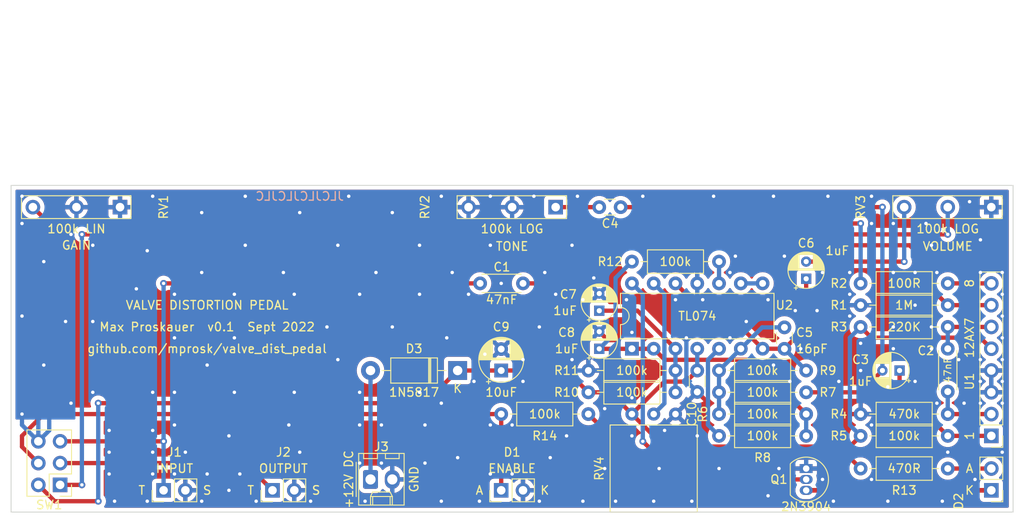
<source format=kicad_pcb>
(kicad_pcb (version 20211014) (generator pcbnew)
  (title_block (title "Valve Distortion Pedal") (date "2022-09-19") (rev "0.1") (company "Max Proskauer"))
  (layers (0 "F.Cu" signal) (31 "B.Cu" signal) (34 "B.Paste" user) (35 "F.Paste" user) (36 "B.SilkS" user "B.Silkscreen") (37 "F.SilkS" user "F.Silkscreen") (38 "B.Mask" user) (39 "F.Mask" user) (44 "Edge.Cuts" user))
  (net 0 "")
  (net 1 "Net-(C1-Pad1)")
  (net 2 "/INPUT")
  (net 3 "Net-(C2-Pad1)")
  (net 4 "Net-(C2-Pad2)")
  (net 5 "Net-(C3-Pad1)")
  (net 6 "Net-(C3-Pad2)")
  (net 7 "GND")
  (net 8 "+12V")
  (net 9 "VBIAS")
  (net 10 "Net-(D2-Pad1)")
  (net 11 "Net-(D2-Pad2)")
  (net 12 "Net-(J2-PadT)")
  (net 13 "Net-(Q1-Pad2)")
  (net 14 "Net-(R2-Pad1)")
  (net 15 "Net-(R2-Pad2)")
  (net 16 "/BUF_OUT")
  (net 17 "/ENABLE")
  (net 18 "Net-(C4-Pad1)")
  (net 19 "Net-(C5-Pad2)")
  (net 20 "Net-(RV3-Pad2)")
  (net 21 "Net-(U2-Pad8)")
  (net 22 "Net-(D3-Pad2)")
  (net 23 "Net-(C6-Pad2)")
  (net 24 "Net-(C7-Pad1)")
  (net 25 "Net-(U2-Pad5)")
  (net 26 "Net-(U2-Pad10)")
  (net 27 "Net-(R13-Pad1)")
  (net 28 "Net-(RV4-Pad2)")
  (footprint "Resistor_THT:R_Axial_DIN0207_L6.3mm_D2.5mm_P10.16mm_Horizontal" (layer "F.Cu") (at 146.05 72.39 180)
    (fp_text reference "R12" (at 12.7 0) (layer "F.SilkS"))
    (fp_text value "100k" (at 5.08 0) (layer "F.SilkS"))
    (pad "1" thru_hole circle (at 0 0 180) (size 1.6 1.6) (drill 0.8) (layers *.Cu *.Mask) (net 26 "Net-(U2-Pad10)"))
    (pad "2" thru_hole oval (at 10.16 0 180) (size 1.6 1.6) (drill 0.8) (layers *.Cu *.Mask) (net 9 "VBIAS"))
  )
  (footprint "Connector_PinHeader_2.54mm:PinHeader_1x02_P2.54mm_Vertical" (layer "F.Cu") (at 177.8 99.06 180)
    (fp_text reference "D2" (at 3.81 -1.27 270) (layer "F.SilkS"))
    (fp_text value "NTE30033" hide)
    (pad "1" thru_hole rect (at 0 0 180) (size 1.7 1.7) (drill 1) (layers *.Cu *.Mask) (net 10 "Net-(D2-Pad1)"))
    (pad "2" thru_hole oval (at 0 2.54 180) (size 1.7 1.7) (drill 1) (layers *.Cu *.Mask) (net 11 "Net-(D2-Pad2)"))
  )
  (footprint "Resistor_THT:R_Axial_DIN0207_L6.3mm_D2.5mm_P10.16mm_Horizontal" (layer "F.Cu") (at 146.05 92.71)
    (fp_text reference "R8" (at 5.08 2.54) (layer "F.SilkS"))
    (fp_text value "100k" (at 5.08 0) (layer "F.SilkS"))
    (pad "1" thru_hole circle (at 0 0) (size 1.6 1.6) (drill 0.8) (layers *.Cu *.Mask) (net 25 "Net-(U2-Pad5)"))
    (pad "2" thru_hole oval (at 10.16 0) (size 1.6 1.6) (drill 0.8) (layers *.Cu *.Mask) (net 9 "VBIAS"))
  )
  (footprint "Connector_PinHeader_2.54mm:PinHeader_1x02_P2.54mm_Vertical" (layer "F.Cu") (at 93.98 99.06 90)
    (fp_text reference "J2" (at 4.445 1.27 180) (layer "F.SilkS"))
    (fp_text value "OUTPUT" (at 2.54 1.27 180) (layer "F.SilkS"))
    (pad "S" thru_hole oval (at 0 2.54 90) (size 1.7 1.7) (drill 1) (layers *.Cu *.Mask) (net 7 "GND"))
    (pad "T" thru_hole rect (at 0 0 90) (size 1.7 1.7) (drill 1) (layers *.Cu *.Mask) (net 12 "Net-(J2-PadT)"))
  )
  (footprint "Capacitor_THT:C_Disc_D3.0mm_W1.6mm_P2.50mm" (layer "F.Cu") (at 132.08 66.04)
    (fp_text reference "C4" (at 1.27 1.905) (layer "F.SilkS"))
    (fp_text value "100nF" hide)
    (pad "1" thru_hole circle (at 0 0) (size 1.6 1.6) (drill 0.8) (layers *.Cu *.Mask) (net 18 "Net-(C4-Pad1)"))
    (pad "2" thru_hole circle (at 2.5 0) (size 1.6 1.6) (drill 0.8) (layers *.Cu *.Mask) (net 6 "Net-(C3-Pad2)"))
  )
  (footprint "Capacitor_THT:CP_Radial_D5.0mm_P2.50mm" (layer "F.Cu") (at 120.65 85.09 90)
    (fp_text reference "C9" (at 5.08 0 180) (layer "F.SilkS"))
    (fp_text value "10uF" (at -2.54 0 180) (layer "F.SilkS"))
    (pad "1" thru_hole rect (at 0 0 90) (size 1.6 1.6) (drill 0.8) (layers *.Cu *.Mask) (net 8 "+12V"))
    (pad "2" thru_hole circle (at 2.5 0 90) (size 1.6 1.6) (drill 0.8) (layers *.Cu *.Mask) (net 7 "GND"))
  )
  (footprint "Capacitor_THT:CP_Radial_D4.0mm_P2.00mm" (layer "F.Cu") (at 132.085 82.56 90)
    (fp_text reference "C8" (at 1.905 -3.81 180) (layer "F.SilkS"))
    (fp_text value "1uF" (at 0 -3.81 180) (layer "F.SilkS"))
    (pad "1" thru_hole rect (at 0 0 90) (size 1.2 1.2) (drill 0.6) (layers *.Cu *.Mask) (net 9 "VBIAS"))
    (pad "2" thru_hole circle (at 2 0 90) (size 1.2 1.2) (drill 0.6) (layers *.Cu *.Mask) (net 7 "GND"))
  )
  (footprint "Package_TO_SOT_THT:TO-92_Inline" (layer "F.Cu") (at 156.21 96.52 -90)
    (fp_text reference "Q1" (at 1.27 3.175 180) (layer "F.SilkS"))
    (fp_text value "2N3904" (at 4.445 0 180) (layer "F.SilkS"))
    (pad "1" thru_hole rect (at 0 0 270) (size 1.05 1.5) (drill 0.75) (layers *.Cu *.Mask) (net 7 "GND"))
    (pad "2" thru_hole oval (at 1.27 0 270) (size 1.05 1.5) (drill 0.75) (layers *.Cu *.Mask) (net 13 "Net-(Q1-Pad2)"))
    (pad "3" thru_hole oval (at 2.54 0 270) (size 1.05 1.5) (drill 0.75) (layers *.Cu *.Mask) (net 10 "Net-(D2-Pad1)"))
  )
  (footprint "Capacitor_THT:C_Disc_D3.0mm_W1.6mm_P2.50mm" (layer "F.Cu") (at 153.675 82.56 90)
    (fp_text reference "C5" (at 1.905 1.27 180) (layer "F.SilkS") (effects (justify left)))
    (fp_text value "16pF" (at 0 1.27 180) (layer "F.SilkS") (effects (justify left)))
    (pad "1" thru_hole circle (at 0 0 90) (size 1.6 1.6) (drill 0.8) (layers *.Cu *.Mask) (net 16 "/BUF_OUT"))
    (pad "2" thru_hole circle (at 2.5 0 90) (size 1.6 1.6) (drill 0.8) (layers *.Cu *.Mask) (net 19 "Net-(C5-Pad2)"))
  )
  (footprint "Connector_PinHeader_2.54mm:PinHeader_1x08_P2.54mm_Vertical" (layer "F.Cu") (at 177.8 92.71 180)
    (fp_text reference "U1" (at 2.54 6.35 90) (layer "F.SilkS"))
    (fp_text value "12AX7" (at 2.54 11.43 90) (layer "F.SilkS"))
    (pad "1" thru_hole rect (at 0 0 180) (size 1.7 1.7) (drill 1) (layers *.Cu *.Mask) (net 5 "Net-(C3-Pad1)"))
    (pad "2" thru_hole oval (at 0 2.54 180) (size 1.7 1.7) (drill 1) (layers *.Cu *.Mask) (net 3 "Net-(C2-Pad1)"))
    (pad "3" thru_hole oval (at 0 5.08 180) (size 1.7 1.7) (drill 1) (layers *.Cu *.Mask) (net 7 "GND"))
    (pad "4" thru_hole oval (at 0 7.62 180) (size 1.7 1.7) (drill 1) (layers *.Cu *.Mask) (net 7 "GND"))
    (pad "5" thru_hole oval (at 0 10.16 180) (size 1.7 1.7) (drill 1) (layers *.Cu *.Mask) (net 8 "+12V"))
    (pad "6" thru_hole oval (at 0 12.7 180) (size 1.7 1.7) (drill 1) (layers *.Cu *.Mask) (net 4 "Net-(C2-Pad2)"))
    (pad "7" thru_hole oval (at 0 15.24 180) (size 1.7 1.7) (drill 1) (layers *.Cu *.Mask) (net 1 "Net-(C1-Pad1)"))
    (pad "8" thru_hole oval (at 0 17.78 180) (size 1.7 1.7) (drill 1) (layers *.Cu *.Mask) (net 14 "Net-(R2-Pad1)"))
  )
  (footprint "Capacitor_THT:CP_Radial_D4.0mm_P2.00mm" (layer "F.Cu") (at 156.21 74.39 90)
    (fp_text reference "C6" (at 4.1476 0) (layer "F.SilkS"))
    (fp_text value "1uF" (at 3.27 5.08) (layer "F.SilkS") (effects (justify right)))
    (pad "1" thru_hole rect (at 0 0 90) (size 1.2 1.2) (drill 0.6) (layers *.Cu *.Mask) (net 16 "/BUF_OUT"))
    (pad "2" thru_hole circle (at 2 0 90) (size 1.2 1.2) (drill 0.6) (layers *.Cu *.Mask) (net 23 "Net-(C6-Pad2)"))
  )
  (footprint "valve_distortion:Pot" (layer "F.Cu") (at 172.72 66.04 180)
    (fp_text reference "RV3" (at 10.16 0 90) (layer "F.SilkS"))
    (fp_text value "100k LOG" (at 0 -2.54 180) (layer "F.SilkS"))
    (fp_text user "VOLUME" (at 0 -4.572 180) (layer "F.SilkS"))
    (pad "1" thru_hole rect (at -5.08 0 270) (size 1.7 1.7) (drill 1) (layers *.Cu *.Mask) (net 7 "GND"))
    (pad "2" thru_hole oval (at 0 0 270) (size 1.7 1.7) (drill 1) (layers *.Cu *.Mask) (net 20 "Net-(RV3-Pad2)"))
    (pad "3" thru_hole oval (at 5.08 0 270) (size 1.7 1.7) (drill 1) (layers *.Cu *.Mask) (net 23 "Net-(C6-Pad2)"))
  )
  (footprint "Capacitor_THT:C_Disc_D4.3mm_W1.9mm_P5.00mm" (layer "F.Cu") (at 172.72 87.55 90)
    (fp_text reference "C2" (at 4.77 -2.54 180) (layer "F.SilkS"))
    (fp_text value "47nF" (at 2.5 0 90) (layer "F.SilkS") (effects (font (size 0.8 0.8) (thickness 0.13))))
    (pad "1" thru_hole circle (at 0 0 90) (size 1.6 1.6) (drill 0.8) (layers *.Cu *.Mask) (net 3 "Net-(C2-Pad1)"))
    (pad "2" thru_hole circle (at 5 0 90) (size 1.6 1.6) (drill 0.8) (layers *.Cu *.Mask) (net 4 "Net-(C2-Pad2)"))
  )
  (footprint "Diode_THT:D_DO-41_SOD81_P10.16mm_Horizontal" (layer "F.Cu") (at 115.57 85.09 180)
    (fp_text reference "D3" (at 5.08 2.54) (layer "F.SilkS"))
    (fp_text value "1N5817" (at 5.08 -2.54) (layer "F.SilkS"))
    (fp_text user "K" (at 0 -2.1) (layer "F.SilkS"))
    (pad "1" thru_hole rect (at 0 0 180) (size 2.2 2.2) (drill 1.1) (layers *.Cu *.Mask) (net 8 "+12V"))
    (pad "2" thru_hole oval (at 10.16 0 180) (size 2.2 2.2) (drill 1.1) (layers *.Cu *.Mask) (net 22 "Net-(D3-Pad2)"))
  )
  (footprint "Connector_Molex:Molex_KK-254_AE-6410-02A_1x02_P2.54mm_Vertical" (layer "F.Cu") (at 105.41 97.79)
    (fp_text reference "J3" (at 1.27 -3.81) (layer "F.SilkS"))
    (fp_text value "Barrel_Jack" hide)
    (pad "1" thru_hole roundrect (at 0 0) (size 1.74 2.19) (drill 1.19) (layers *.Cu *.Mask) (roundrect_rratio 0.1436781609) (net 22 "Net-(D3-Pad2)"))
    (pad "2" thru_hole oval (at 2.54 0) (size 1.74 2.19) (drill 1.19) (layers *.Cu *.Mask) (net 7 "GND"))
  )
  (footprint "Resistor_THT:R_Axial_DIN0207_L6.3mm_D2.5mm_P10.16mm_Horizontal" (layer "F.Cu") (at 172.72 77.47 180)
    (fp_text reference "R1" (at 12.7 0) (layer "F.SilkS"))
    (fp_text value "1M" (at 5.08 0) (layer "F.SilkS"))
    (pad "1" thru_hole circle (at 0 0 180) (size 1.6 1.6) (drill 0.8) (layers *.Cu *.Mask) (net 1 "Net-(C1-Pad1)"))
    (pad "2" thru_hole oval (at 10.16 0 180) (size 1.6 1.6) (drill 0.8) (layers *.Cu *.Mask) (net 7 "GND"))
  )
  (footprint "valve_distortion:Trimmer" (layer "F.Cu") (at 138.43 90.17)
    (fp_text reference "RV4" (at -6.35 6.35 90 unlocked) (layer "F.SilkS"))
    (fp_text value "200k" hide)
    (pad "1" thru_hole circle (at -2.54 0) (size 1.524 1.524) (drill 0.762) (layers *.Cu *.Mask) (net 8 "+12V"))
    (pad "2" thru_hole circle (at 0 0) (size 1.524 1.524) (drill 0.762) (layers *.Cu *.Mask) (net 28 "Net-(RV4-Pad2)"))
    (pad "3" thru_hole circle (at 2.54 0) (size 1.524 1.524) (drill 0.762) (layers *.Cu *.Mask) (net 7 "GND"))
  )
  (footprint "Capacitor_THT:CP_Radial_D4.0mm_P2.00mm" (layer "F.Cu") (at 132.085 78.115 90)
    (fp_text reference "C7" (at 1.905 -2.54) (layer "F.SilkS") (effects (justify right)))
    (fp_text value "1uF" (at 0 -2.54) (layer "F.SilkS") (effects (justify right)))
    (pad "1" thru_hole rect (at 0 0 90) (size 1.2 1.2) (drill 0.6) (layers *.Cu *.Mask) (net 24 "Net-(C7-Pad1)"))
    (pad "2" thru_hole circle (at 2 0 90) (size 1.2 1.2) (drill 0.6) (layers *.Cu *.Mask) (net 7 "GND"))
  )
  (footprint "Connector_PinHeader_2.54mm:PinHeader_2x03_P2.54mm_Vertical" (layer "F.Cu") (at 69.215 98.425 180)
    (fp_text reference "SW1" (at 1.27 -2.33) (layer "F.SilkS"))
    (fp_text value "SW_DPDT_x2" hide)
    (pad "1" thru_hole rect (at 0 0 180) (size 1.7 1.7) (drill 1) (layers *.Cu *.Mask) (net 20 "Net-(RV3-Pad2)"))
    (pad "2" thru_hole oval (at 0 2.54 180) (size 1.7 1.7) (drill 1) (layers *.Cu *.Mask) (net 12 "Net-(J2-PadT)"))
    (pad "3" thru_hole oval (at 0 5.08 180) (size 1.7 1.7) (drill 1) (layers *.Cu *.Mask) (net 2 "/INPUT"))
    (pad "4" thru_hole oval (at 2.54 0 180) (size 1.7 1.7) (drill 1) (layers *.Cu *.Mask) (net 8 "+12V"))
    (pad "5" thru_hole oval (at 2.54 2.54 180) (size 1.7 1.7) (drill 1) (layers *.Cu *.Mask) (net 17 "/ENABLE"))
    (pad "6" thru_hole oval (at 2.54 5.08 180) (size 1.7 1.7) (drill 1) (layers *.Cu *.Mask) (net 7 "GND"))
  )
  (footprint "Resistor_THT:R_Axial_DIN0207_L6.3mm_D2.5mm_P10.16mm_Horizontal" (layer "F.Cu") (at 140.975 85.09 180)
    (fp_text reference "R11" (at 12.7 0) (layer "F.SilkS"))
    (fp_text value "100k" (at 5.08 0) (layer "F.SilkS"))
    (pad "1" thru_hole circle (at 0 0 180) (size 1.6 1.6) (drill 0.8) (layers *.Cu *.Mask) (net 24 "Net-(C7-Pad1)"))
    (pad "2" thru_hole oval (at 10.16 0 180) (size 1.6 1.6) (drill 0.8) (layers *.Cu *.Mask) (net 7 "GND"))
  )
  (footprint "Resistor_THT:R_Axial_DIN0207_L6.3mm_D2.5mm_P10.16mm_Horizontal" (layer "F.Cu") (at 162.56 96.52)
    (fp_text reference "R13" (at 5.08 2.54) (layer "F.SilkS"))
    (fp_text value "470R" (at 5.08 0) (layer "F.SilkS"))
    (pad "1" thru_hole circle (at 0 0) (size 1.6 1.6) (drill 0.8) (layers *.Cu *.Mask) (net 27 "Net-(R13-Pad1)"))
    (pad "2" thru_hole oval (at 10.16 0) (size 1.6 1.6) (drill 0.8) (layers *.Cu *.Mask) (net 11 "Net-(D2-Pad2)"))
  )
  (footprint "Resistor_THT:R_Axial_DIN0207_L6.3mm_D2.5mm_P10.16mm_Horizontal" (layer "F.Cu") (at 162.56 80.01)
    (fp_text reference "R3" (at -2.54 0) (layer "F.SilkS"))
    (fp_text value "220K" (at 5.08 0) (layer "F.SilkS"))
    (pad "1" thru_hole circle (at 0 0) (size 1.6 1.6) (drill 0.8) (layers *.Cu *.Mask) (net 8 "+12V"))
    (pad "2" thru_hole oval (at 10.16 0) (size 1.6 1.6) (drill 0.8) (layers *.Cu *.Mask) (net 4 "Net-(C2-Pad2)"))
  )
  (footprint "Package_DIP:DIP-14_W7.62mm" (layer "F.Cu") (at 135.89 82.55 90)
    (fp_text reference "U2" (at 5.08 17.78 180) (layer "F.SilkS"))
    (fp_text value "TL074" (at 3.81 7.625 180) (layer "F.SilkS"))
    (pad "1" thru_hole rect (at 0 0 90) (size 1.6 1.6) (drill 0.8) (layers *.Cu *.Mask) (net 9 "VBIAS"))
    (pad "2" thru_hole oval (at 0 2.54 90) (size 1.6 1.6) (drill 0.8) (layers *.Cu *.Mask) (net 9 "VBIAS"))
    (pad "3" thru_hole oval (at 0 5.08 90) (size 1.6 1.6) (drill 0.8) (layers *.Cu *.Mask) (net 24 "Net-(C7-Pad1)"))
    (pad "4" thru_hole oval (at 0 7.62 90) (size 1.6 1.6) (drill 0.8) (layers *.Cu *.Mask) (net 8 "+12V"))
    (pad "5" thru_hole oval (at 0 10.16 90) (size 1.6 1.6) (drill 0.8) (layers *.Cu *.Mask) (net 25 "Net-(U2-Pad5)"))
    (pad "6" thru_hole oval (at 0 12.7 90) (size 1.6 1.6) (drill 0.8) (layers *.Cu *.Mask) (net 19 "Net-(C5-Pad2)"))
    (pad "7" thru_hole oval (at 0 15.24 90) (size 1.6 1.6) (drill 0.8) (layers *.Cu *.Mask) (net 16 "/BUF_OUT"))
    (pad "8" thru_hole oval (at 7.62 15.24 90) (size 1.6 1.6) (drill 0.8) (layers *.Cu *.Mask) (net 21 "Net-(U2-Pad8)"))
    (pad "9" thru_hole oval (at 7.62 12.7 90) (size 1.6 1.6) (drill 0.8) (layers *.Cu *.Mask) (net 21 "Net-(U2-Pad8)"))
    (pad "10" thru_hole oval (at 7.62 10.16 90) (size 1.6 1.6) (drill 0.8) (layers *.Cu *.Mask) (net 26 "Net-(U2-Pad10)"))
    (pad "11" thru_hole oval (at 7.62 7.62 90) (size 1.6 1.6) (drill 0.8) (layers *.Cu *.Mask) (net 7 "GND"))
    (pad "12" thru_hole oval (at 7.62 5.08 90) (size 1.6 1.6) (drill 0.8) (layers *.Cu *.Mask) (net 16 "/BUF_OUT"))
    (pad "13" thru_hole oval (at 7.62 2.54 90) (size 1.6 1.6) (drill 0.8) (layers *.Cu *.Mask) (net 28 "Net-(RV4-Pad2)"))
    (pad "14" thru_hole oval (at 7.62 0 90) (size 1.6 1.6) (drill 0.8) (layers *.Cu *.Mask) (net 27 "Net-(R13-Pad1)"))
  )
  (footprint "Resistor_THT:R_Axial_DIN0207_L6.3mm_D2.5mm_P10.16mm_Horizontal" (layer "F.Cu") (at 156.21 85.09 180)
    (fp_text reference "R9" (at -2.54 0) (layer "F.SilkS"))
    (fp_text value "100k" (at 5.08 0) (layer "F.SilkS"))
    (pad "1" thru_hole circle (at 0 0 180) (size 1.6 1.6) (drill 0.8) (layers *.Cu *.Mask) (net 16 "/BUF_OUT"))
    (pad "2" thru_hole oval (at 10.16 0 180) (size 1.6 1.6) (drill 0.8) (layers *.Cu *.Mask) (net 19 "Net-(C5-Pad2)"))
  )
  (footprint "Resistor_THT:R_Axial_DIN0207_L6.3mm_D2.5mm_P10.16mm_Horizontal" (layer "F.Cu") (at 172.72 74.93 180)
    (fp_text reference "R2" (at 12.7 0) (layer "F.SilkS"))
    (fp_text value "100R" (at 5.08 0) (layer "F.SilkS"))
    (pad "1" thru_hole circle (at 0 0 180) (size 1.6 1.6) (drill 0.8) (layers *.Cu *.Mask) (net 14 "Net-(R2-Pad1)"))
    (pad "2" thru_hole oval (at 10.16 0 180) (size 1.6 1.6) (drill 0.8) (layers *.Cu *.Mask) (net 15 "Net-(R2-Pad2)"))
  )
  (footprint "valve_distortion:Pot" (layer "F.Cu") (at 121.92 66.04 180)
    (fp_text reference "RV2" (at 10.16 0 90) (layer "F.SilkS"))
    (fp_text value "100k LOG" (at 0 -2.54 180) (layer "F.SilkS"))
    (fp_text user "TONE" (at 0 -4.572 180) (layer "F.SilkS"))
    (pad "1" thru_hole rect (at -5.08 0 270) (size 1.7 1.7) (drill 1) (layers *.Cu *.Mask) (net 18 "Net-(C4-Pad1)"))
    (pad "2" thru_hole oval (at 0 0 270) (size 1.7 1.7) (drill 1) (layers *.Cu *.Mask) (net 7 "GND"))
    (pad "3" thru_hole oval (at 5.08 0 270) (size 1.7 1.7) (drill 1) (layers *.Cu *.Mask) (net 7 "GND"))
  )
  (footprint "Resistor_THT:R_Axial_DIN0207_L6.3mm_D2.5mm_P10.16mm_Horizontal" (layer "F.Cu") (at 162.56 92.71)
    (fp_text reference "R5" (at -2.54 0) (layer "F.SilkS"))
    (fp_text value "100k" (at 5.08 0) (layer "F.SilkS"))
    (pad "1" thru_hole circle (at 0 0) (size 1.6 1.6) (drill 0.8) (layers *.Cu *.Mask) (net 8 "+12V"))
    (pad "2" thru_hole oval (at 10.16 0) (size 1.6 1.6) (drill 0.8) (layers *.Cu *.Mask) (net 5 "Net-(C3-Pad1)"))
  )
  (footprint "Resistor_THT:R_Axial_DIN0207_L6.3mm_D2.5mm_P10.16mm_Horizontal" (layer "F.Cu") (at 130.81 87.63)
    (fp_text reference "R10" (at -2.54 0) (layer "F.SilkS"))
    (fp_text value "100k" (at 5.08 0) (layer "F.SilkS"))
    (pad "1" thru_hole circle (at 0 0) (size 1.6 1.6) (drill 0.8) (layers *.Cu *.Mask) (net 8 "+12V"))
    (pad "2" thru_hole oval (at 10.16 0) (size 1.6 1.6) (drill 0.8) (layers *.Cu *.Mask) (net 24 "Net-(C7-Pad1)"))
  )
  (footprint "Connector_PinHeader_2.54mm:PinHeader_1x02_P2.54mm_Vertical" (layer "F.Cu") (at 120.65 99.06 90)
    (fp_text reference "D1" (at 4.445 1.27 180) (layer "F.SilkS"))
    (fp_text value "LED IND 12V" hide)
    (pad "1" thru_hole rect (at 0 0 90) (size 1.7 1.7) (drill 1) (layers *.Cu *.Mask) (net 17 "/ENABLE"))
    (pad "2" thru_hole oval (at 0 2.54 90) (size 1.7 1.7) (drill 1) (layers *.Cu *.Mask) (net 7 "GND"))
  )
  (footprint "valve_distortion:Pot" (layer "F.Cu") (at 71.12 66.04 180)
    (fp_text reference "RV1" (at -10.16 0 90) (layer "F.SilkS"))
    (fp_text value "100k LIN" (at 0 -2.54) (layer "F.SilkS"))
    (fp_text user "GAIN" (at 0 -4.445) (layer "F.SilkS"))
    (pad "1" thru_hole rect (at -5.08 0 270) (size 1.7 1.7) (drill 1) (layers *.Cu *.Mask) (net 7 "GND"))
    (pad "2" thru_hole oval (at 0 0 270) (size 1.7 1.7) (drill 1) (layers *.Cu *.Mask) (net 7 "GND"))
    (pad "3" thru_hole oval (at 5.08 0 270) (size 1.7 1.7) (drill 1) (layers *.Cu *.Mask) (net 15 "Net-(R2-Pad2)"))
  )
  (footprint "Capacitor_THT:C_Disc_D3.0mm_W1.6mm_P2.50mm" (layer "F.Cu") (at 143.51 85.09 -90)
    (fp_text reference "C10" (at 5.08 0.635 -90) (layer "F.SilkS"))
    (fp_text value "0.1uF" hide)
    (pad "1" thru_hole circle (at 0 0 270) (size 1.6 1.6) (drill 0.8) (layers *.Cu *.Mask) (net 8 "+12V"))
    (pad "2" thru_hole circle (at 2.5 0 270) (size 1.6 1.6) (drill 0.8) (layers *.Cu *.Mask) (net 7 "GND"))
  )
  (footprint "Connector_PinHeader_2.54mm:PinHeader_1x02_P2.54mm_Vertical" (layer "F.Cu") (at 81.28 99.06 90)
    (fp_text reference "J1" (at 4.445 1.27 180) (layer "F.SilkS"))
    (fp_text value "INPUT" (at 2.54 1.27 180) (layer "F.SilkS"))
    (pad "S" thru_hole oval (at 0 2.54 90) (size 1.7 1.7) (drill 1) (layers *.Cu *.Mask) (net 7 "GND"))
    (pad "T" thru_hole rect (at 0 0 90) (size 1.7 1.7) (drill 1) (layers *.Cu *.Mask) (net 2 "/INPUT"))
  )
  (footprint "Resistor_THT:R_Axial_DIN0207_L6.3mm_D2.5mm_P10.16mm_Horizontal" (layer "F.Cu") (at 130.81 90.17 180)
    (fp_text reference "R14" (at 5.08 -2.54) (layer "F.SilkS"))
    (fp_text value "100k" (at 5.08 0) (layer "F.SilkS"))
    (pad "1" thru_hole circle (at 0 0 180) (size 1.6 1.6) (drill 0.8) (layers *.Cu *.Mask) (net 13 "Net-(Q1-Pad2)"))
    (pad "2" thru_hole oval (at 10.16 0 180) (size 1.6 1.6) (drill 0.8) (layers *.Cu *.Mask) (net 17 "/ENABLE"))
  )
  (footprint "Resistor_THT:R_Axial_DIN0207_L6.3mm_D2.5mm_P10.16mm_Horizontal" (layer "F.Cu") (at 172.72 90.17 180)
    (fp_text reference "R4" (at 12.7 0) (layer "F.SilkS"))
    (fp_text value "470k" (at 5.08 0) (layer "F.SilkS"))
    (pad "1" thru_hole circle (at 0 0 180) (size 1.6 1.6) (drill 0.8) (layers *.Cu *.Mask) (net 3 "Net-(C2-Pad1)"))
    (pad "2" thru_hole oval (at 10.16 0 180) (size 1.6 1.6) (drill 0.8) (layers *.Cu *.Mask) (net 7 "GND"))
  )
  (footprint "Resistor_THT:R_Axial_DIN0207_L6.3mm_D2.5mm_P10.16mm_Horizontal" (layer "F.Cu") (at 146.05 90.17)
    (fp_text reference "R6" (at -1.905 0 90) (layer "F.SilkS"))
    (fp_text value "100k" (at 5.08 0) (layer "F.SilkS"))
    (pad "1" thru_hole circle (at 0 0) (size 1.6 1.6) (drill 0.8) (layers *.Cu *.Mask) (net 19 "Net-(C5-Pad2)"))
    (pad "2" thru_hole oval (at 10.16 0) (size 1.6 1.6) (drill 0.8) (layers *.Cu *.Mask) (net 9 "VBIAS"))
  )
  (footprint "Capacitor_THT:C_Disc_D4.3mm_W1.9mm_P5.00mm" (layer "F.Cu") (at 123.19 74.93 180)
    (fp_text reference "C1" (at 2.46 1.905) (layer "F.SilkS"))
    (fp_text value "47nF" (at 2.5 -1.905) (layer "F.SilkS"))
    (pad "1" thru_hole circle (at 0 0 180) (size 1.6 1.6) (drill 0.8) (layers *.Cu *.Mask) (net 1 "Net-(C1-Pad1)"))
    (pad "2" thru_hole circle (at 5 0 180) (size 1.6 1.6) (drill 0.8) (layers *.Cu *.Mask) (net 2 "/INPUT"))
  )
  (footprint "Capacitor_THT:CP_Radial_D4.0mm_P2.00mm" (layer "F.Cu") (at 167.1 85.09 180)
    (fp_text reference "C3" (at 4.54 1.27 180) (layer "F.SilkS"))
    (fp_text value "1uF" (at 4.54 -1.27 180) (layer "F.SilkS"))
    (pad "1" thru_hole rect (at 0 0 180) (size 1.2 1.2) (drill 0.6) (layers *.Cu *.Mask) (net 5 "Net-(C3-Pad1)"))
    (pad "2" thru_hole circle (at 2 0 180) (size 1.2 1.2) (drill 0.6) (layers *.Cu *.Mask) (net 6 "Net-(C3-Pad2)"))
  )
  (footprint "Resistor_THT:R_Axial_DIN0207_L6.3mm_D2.5mm_P10.16mm_Horizontal" (layer "F.Cu") (at 146.05 87.63)
    (fp_text reference "R7" (at 12.695 0) (layer "F.SilkS"))
    (fp_text value "100k" (at 5.08 0) (layer "F.SilkS"))
    (pad "1" thru_hole circle (at 0 0) (size 1.6 1.6) (drill 0.8) (layers *.Cu *.Mask) (net 19 "Net-(C5-Pad2)"))
    (pad "2" thru_hole oval (at 10.16 0) (size 1.6 1.6) (drill 0.8) (layers *.Cu *.Mask) (net 6 "Net-(C3-Pad2)"))
  )
  (gr_line (start 180.34 101.6) (end 63.5 101.6) (layer "Edge.Cuts") (width 0.1))
  (gr_line (start 63.5 63.5) (end 63.5 101.6) (layer "Edge.Cuts") (width 0.1))
  (gr_line (start 180.34 63.5) (end 180.34 101.6) (layer "Edge.Cuts") (width 0.1))
  (gr_line (start 63.5 63.5) (end 180.34 63.5) (layer "Edge.Cuts") (width 0.1))
  (gr_text "JLCJLCJLCJLC" (at 97.155 64.77) (layer "B.SilkS") (effects (font (size 1 1)) (justify mirror)))
  (gr_text "VALVE DISTORTION PEDAL" (at 86.36 77.47) (layer "F.SilkS") (effects (font (size 1 1))))
  (gr_text "8" (at 175.26 74.915 90) (layer "F.SilkS") (effects (font (size 1 1))))
  (gr_text "github.com/mprosk/valve_dist_pedal" (at 86.36 82.55) (layer "F.SilkS") (effects (font (size 1 1))))
  (gr_text "S" (at 86.36 99.06) (layer "F.SilkS") (effects (font (size 1 1))))
  (gr_text "T" (at 78.74 99.06) (layer "F.SilkS") (effects (font (size 1 1))))
  (gr_text "K" (at 125.73 99.06) (layer "F.SilkS") (effects (font (size 1 1))))
  (gr_text "ENABLE" (at 121.92 96.52) (layer "F.SilkS") (effects (font (size 1 1))))
  (gr_text "GND" (at 110.49 97.77 90) (layer "F.SilkS") (effects (font (size 1 1))))
  (gr_text "A" (at 118.11 99.06) (layer "F.SilkS") (effects (font (size 1 1))))
  (gr_text "Max Proskauer  v0.1  Sept 2022" (at 86.36 80.01) (layer "F.SilkS") (effects (font (size 1 1))))
  (gr_text "1" (at 175.26 92.695 90) (layer "F.SilkS") (effects (font (size 1 1))))
  (gr_text "A" (at 175.26 96.52) (layer "F.SilkS") (effects (font (size 1 1))))
  (gr_text "K" (at 175.26 99.06) (layer "F.SilkS") (effects (font (size 1 1))))
  (gr_text "S" (at 99.06 99.06) (layer "F.SilkS") (effects (font (size 1 1))))
  (gr_text "+12V DC" (at 102.87 97.79 90) (layer "F.SilkS") (effects (font (size 1 1))))
  (gr_text "T" (at 91.44 99.06) (layer "F.SilkS") (effects (font (size 1 1))))
  (segment (start 123.19 74.93) (end 126.365 74.93) (width 0.5) (layer "F.Cu") (net 1))
  (segment (start 126.365 74.93) (end 130.81 70.485) (width 0.5) (layer "F.Cu") (net 1))
  (segment (start 170.18 72.39) (end 170.18 74.93) (width 0.5) (layer "F.Cu") (net 1))
  (segment (start 172.72 77.47) (end 177.8 77.47) (width 0.5) (layer "F.Cu") (net 1))
  (segment (start 168.275 70.485) (end 170.18 72.39) (width 0.5) (layer "F.Cu") (net 1))
  (segment (start 130.81 70.485) (end 168.275 70.485) (width 0.5) (layer "F.Cu") (net 1))
  (segment (start 170.18 74.93) (end 172.72 77.47) (width 0.5) (layer "F.Cu") (net 1))
  (segment (start 69.215 93.345) (end 81.28 93.345) (width 0.5) (layer "F.Cu") (net 2))
  (segment (start 81.28 74.93) (end 118.19 74.93) (width 0.5) (layer "F.Cu") (net 2))
  (via (at 81.28 74.93) (size 0.8) (drill 0.4) (layers "F.Cu" "B.Cu") (net 2))
  (via (at 81.28 93.345) (size 0.8) (drill 0.4) (layers "F.Cu" "B.Cu") (net 2))
  (segment (start 81.28 99.06) (end 81.28 93.345) (width 0.5) (layer "B.Cu") (net 2))
  (segment (start 81.28 93.345) (end 81.28 74.93) (width 0.5) (layer "B.Cu") (net 2))
  (segment (start 177.8 90.17) (end 172.72 90.17) (width 0.5) (layer "F.Cu") (net 3))
  (segment (start 172.72 87.55) (end 172.72 90.17) (width 0.5) (layer "B.Cu") (net 3))
  (segment (start 172.72 80.01) (end 177.8 80.01) (width 0.5) (layer "F.Cu") (net 4))
  (segment (start 172.72 80.01) (end 172.72 82.55) (width 0.5) (layer "B.Cu") (net 4))
  (segment (start 172.72 92.71) (end 167.1 87.09) (width 0.5) (layer "F.Cu") (net 5))
  (segment (start 167.1 87.09) (end 167.1 85.09) (width 0.5) (layer "F.Cu") (net 5))
  (segment (start 172.72 92.71) (end 177.8 92.71) (width 0.5) (layer "F.Cu") (net 5))
  (segment (start 156.21 87.63) (end 162.56 87.63) (width 0.5) (layer "F.Cu") (net 6))
  (segment (start 162.56 87.63) (end 165.1 85.09) (width 0.5) (layer "F.Cu") (net 6))
  (segment (start 165.1 66.04) (end 134.58 66.04) (width 0.5) (layer "F.Cu") (net 6))
  (via (at 165.1 66.04) (size 0.8) (drill 0.4) (layers "F.Cu" "B.Cu") (net 6))
  (segment (start 165.1 85.09) (end 165.1 66.04) (width 0.5) (layer "B.Cu") (net 6))
  (via (at 73.025 79.375) (size 0.8) (drill 0.4) (layers "F.Cu" "B.Cu") (net 7))
  (via (at 179.07 88.9) (size 0.8) (drill 0.4) (layers "F.Cu" "B.Cu") (net 7))
  (via (at 154.94 78.105) (size 0.8) (drill 0.4) (layers "F.Cu" "B.Cu") (net 7))
  (via (at 135.89 80.645) (size 0.8) (drill 0.4) (layers "F.Cu" "B.Cu") (net 7))
  (via (at 79.375 100.33) (size 0.8) (drill 0.4) (layers "F.Cu" "B.Cu") (net 7))
  (via (at 163.83 97.79) (size 0.8) (drill 0.4) (layers "F.Cu" "B.Cu") (net 7))
  (via (at 143.51 92.71) (size 0.8) (drill 0.4) (layers "F.Cu" "B.Cu") (net 7))
  (via (at 79.375 71.12) (size 0.8) (drill 0.4) (layers "F.Cu" "B.Cu") (net 7))
  (via (at 120.65 74.93) (size 0.8) (drill 0.4) (layers "F.Cu" "B.Cu") (net 7))
  (via (at 107.95 66.675) (size 0.8) (drill 0.4) (layers "F.Cu" "B.Cu") (net 7))
  (via (at 159.385 100.33) (size 0.8) (drill 0.4) (layers "F.Cu" "B.Cu") (net 7))
  (via (at 69.85 79.375) (size 0.8) (drill 0.4) (layers "F.Cu" "B.Cu") (net 7))
  (via (at 171.45 88.9) (size 0.8) (drill 0.4) (layers "F.Cu" "B.Cu") (net 7))
  (via (at 80.01 94.615) (size 0.8) (drill 0.4) (layers "F.Cu" "B.Cu") (net 7))
  (via (at 170.815 80.01) (size 0.8) (drill 0.4) (layers "F.Cu" "B.Cu") (net 7))
  (via (at 165.735 100.33) (size 0.8) (drill 0.4) (layers "F.Cu" "B.Cu") (net 7))
  (via (at 121.92 97.155) (size 0.8) (drill 0.4) (layers "F.Cu" "B.Cu") (net 7))
  (via (at 118.745 83.185) (size 0.8) (drill 0.4) (layers "F.Cu" "B.Cu") (net 7))
  (via (at 73.025 70.485) (size 0.8) (drill 0.4) (layers "F.Cu" "B.Cu") (net 7))
  (via (at 176.53 69.85) (size 0.8) (drill 0.4) (layers "F.Cu" "B.Cu") (net 7))
  (via (at 129.54 64.77) (size 0.8) (drill 0.4) (layers "F.Cu" "B.Cu") (net 7))
  (via (at 179.07 86.36) (size 0.8) (drill 0.4) (layers "F.Cu" "B.Cu") (net 7))
  (via (at 116.84 76.2) (size 0.8) (drill 0.4) (layers "F.Cu" "B.Cu") (net 7))
  (via (at 121.92 91.44) (size 0.8) (drill 0.4) (layers "F.Cu" "B.Cu") (net 7))
  (via (at 96.52 87.63) (size 0.8) (drill 0.4) (layers "F.Cu" "B.Cu") (net 7))
  (via (at 74.93 97.155) (size 0.8) (drill 0.4) (layers "F.Cu" "B.Cu") (net 7))
  (via (at 166.37 67.945) (size 0.8) (drill 0.4) (layers "F.Cu" "B.Cu") (net 7))
  (via (at 83.82 94.615) (size 0.8) (drill 0.4) (layers "F.Cu" "B.Cu") (net 7))
  (via (at 145.415 64.77) (size 0.8) (drill 0.4) (layers "F.Cu" "B.Cu") (net 7))
  (via (at 165.735 86.995) (size 0.8) (drill 0.4) (layers "F.Cu" "B.Cu") (net 7))
  (via (at 95.25 73.66) (size 0.8) (drill 0.4) (layers "F.Cu" "B.Cu") (net 7))
  (via (at 92.075 100.33) (size 0.8) (drill 0.4) (layers "F.Cu" "B.Cu") (net 7))
  (via (at 132.715 89.535) (size 0.8) (drill 0.4) (layers "F.Cu" "B.Cu") (net 7))
  (via (at 127 76.2) (size 0.8) (drill 0.4) (layers "F.Cu" "B.Cu") (net 7))
  (via (at 176.53 88.9) (size 0.8) (drill 0.4) (layers "F.Cu" "B.Cu") (net 7))
  (via (at 67.31 72.39) (size 0.8) (drill 0.4) (layers "F.Cu" "B.Cu") (net 7))
  (via (at 166.37 80.01) (size 0.8) (drill 0.4) (layers "F.Cu" "B.Cu") (net 7))
  (via (at 153.67 71.755) (size 0.8) (drill 0.4) (layers "F.Cu" "B.Cu") (net 7))
  (via (at 135.255 76.835) (size 0.8) (drill 0.4) (layers "F.Cu" "B.Cu") (net 7))
  (via (at 86.36 84.455) (size 0.8) (drill 0.4) (layers "F.Cu" "B.Cu") (net 7))
  (via (at 137.16 64.77) (size 0.8) (drill 0.4) (layers "F.Cu" "B.Cu") (net 7))
  (via (at 172.72 94.615) (size 0.8) (drill 0.4) (layers "F.Cu" "B.Cu") (net 7))
  (via (at 142.24 81.28) (size 0.8) (drill 0.4) (layers "F.Cu" "B.Cu") (net 7))
  (via (at 155.575 82.55) (size 0.8) (drill 0.4) (layers "F.Cu" "B.Cu") (net 7))
  (via (at 147.32 81.28) (size 0.8) (drill 0.4) (layers "F.Cu" "B.Cu") (net 7))
  (via (at 74.93 92.075) (size 0.8) (drill 0.4) (layers "F.Cu" "B.Cu") (net 7))
  (via (at 131.445 74.295) (size 0.8) (drill 0.4) (layers "F.Cu" "B.Cu") (net 7))
  (via (at 161.29 73.66) (size 0.8) (drill 0.4) (layers "F.Cu" "B.Cu") (net 7))
  (via (at 130.175 100.33) (size 0.8) (drill 0.4) (layers "F.Cu" "B.Cu") (net 7))
  (via (at 170.815 82.55) (size 0.8) (drill 0.4) (layers "F.Cu" "B.Cu") (net 7))
  (via (at 97.155 94.615) (size 0.8) (drill 0.4) (layers "F.Cu" "B.Cu") (net 7))
  (via (at 176.53 83.82) (size 0.8) (drill 0.4) (layers "F.Cu" "B.Cu") (net 7))
  (via (at 130.175 76.835) (size 0.8) (drill 0.4) (layers "F.Cu" "B.Cu") (net 7))
  (via (at 125.73 73.66) (size 0.8) (drill 0.4) (layers "F.Cu" "B.Cu") (net 7))
  (via (at 113.665 88.9) (size 0.8) (drill 0.4) (layers "F.Cu" "B.Cu") (net 7))
  (via (at 176.53 86.36) (size 0.8) (drill 0.4) (layers "F.Cu" "B.Cu") (net 7))
  (via (at 139.7 92.075) (size 0.8) (drill 0.4) (layers "F.Cu" "B.Cu") (net 7))
  (via (at 86.36 97.155) (size 0.8) (drill 0.4) (layers "F.Cu" "B.Cu") (net 7))
  (via (at 113.665 64.77) (size 0.8) (drill 0.4) (layers "F.Cu" "B.Cu") (net 7))
  (via (at 163.83 64.77) (size 0.8) (drill 0.4) (layers "F.Cu" "B.Cu") (net 7))
  (via (at 119.38 97.155) (size 0.8) (drill 0.4) (layers "F.Cu" "B.Cu") (net 7))
  (via (at 78.105 75.565) (size 0.8) (drill 0.4) (layers "F.Cu" "B.Cu") (net 7))
  (via (at 82.55 76.2) (size 0.8) (drill 0.4) (layers "F.Cu" "B.Cu") (net 7))
  (via (at 89.535 81.28) (size 0.8) (drill 0.4) (layers "F.Cu" "B.Cu") (net 7))
  (via (at 163.83 91.44) (size 0.8) (drill 0.4) (layers "F.Cu" "B.Cu") (net 7))
  (via (at 98.425 100.33) (size 0.8) (drill 0.4) (layers "F.Cu" "B.Cu") (net 7))
  (via (at 162.56 81.915) (size 0.8) (drill 0.4) (layers "F.Cu" "B.Cu") (net 7))
  (via (at 119.38 91.44) (size 0.8) (drill 0.4) (layers "F.Cu" "B.Cu") (net 7))
  (via (at 113.665 100.33) (size 0.8) (drill 0.4) (layers "F.Cu" "B.Cu") (net 7))
  (via (at 128.905 83.82) (size 0.8) (drill 0.4) (layers "F.Cu" "B.Cu") (net 7))
  (via (at 123.19 83.82) (size 0.8) (drill 0.4) (layers "F.Cu" "B.Cu") (net 7))
  (via (at 104.14 91.44) (size 0.8) (drill 0.4) (layers "F.Cu" "B.Cu") (net 7))
  (via (at 161.29 76.2) (size 0.8) (drill 0.4) (layers "F.Cu" "B.Cu") (net 7))
  (via (at 82.55 81.28) (size 0.8) (drill 0.4) (layers "F.Cu" "B.Cu") (net 7))
  (via (at 179.07 73.66) (size 0.8) (drill 0.4) (layers "F.Cu" "B.Cu") (net 7))
  (via (at 144.145 76.835) (size 0.8) (drill 0.4) (layers "F.Cu" "B.Cu") (net 7))
  (via (at 168.91 86.36) (size 0.8) (drill 0.4) (layers "F.Cu" "B.Cu") (net 7))
  (via (at 85.725 100.33) (size 0.8) (drill 0.4) (layers "F.Cu" "B.Cu") (net 7))
  (via (at 64.77 90.17) (size 0.8) (drill 0.4) (layers "F.Cu" "B.Cu") (net 7))
  (via (at 152.4 64.77) (size 0.8) (drill 0.4) (layers "F.Cu" "B.Cu") (net 7))
  (via (at 162.56 85.09) (size 0.8) (drill 0.4) (layers "F.Cu" "B.Cu") (net 7))
  (via (at 158.75 64.77) (size 0.8) (drill 0.4) (layers "F.Cu" "B.Cu") (net 7))
  (via (at 85.725 73.66) (size 0.8) (drill 0.4) (layers "F.Cu" "B.Cu") (net 7))
  (via (at 140.97 76.835) (size 0.8) (drill 0.4) (layers "F.Cu" "B.Cu") (net 7))
  (via (at 160.02 86.36) (size 0.8) (drill 0.4) (layers "F.Cu" "B.Cu") (net 7))
  (via (at 158.115 73.66) (size 0.8) (drill 0.4) (layers "F.Cu" "B.Cu") (net 7))
  (via (at 88.9 99.06) (size 0.8) (drill 0.4) (layers "F.Cu" "B.Cu") (net 7))
  (via (at 89.535 87.63) (size 0.8) (drill 0.4) (layers "F.Cu" "B.Cu") (net 7))
  (via (at 73.025 87.63) (size 0.8) (drill 0.4) (layers "F.Cu" "B.Cu") (net 7))
  (via (at 82.55 91.44) (size 0.8) (drill 0.4) (layers "F.Cu" "B.Cu") (net 7))
  (via (at 157.48 78.105) (size 0.8) (drill 0.4) (layers "F.Cu" "B.Cu") (net 7))
  (via (at 70.485 69.215) (size 0.8) (drill 0.4) (layers "F.Cu" "B.Cu") (net 7))
  (via (at 133.985 100.33) (size 0.8) (drill 0.4) (layers "F.Cu" "B.Cu") (net 7))
  (via (at 125.095 80.01) (size 0.8) (drill 0.4) (layers "F.Cu" "B.Cu") (net 7))
  (via (at 163.83 67.945) (size 0.8) (drill 0.4) (layers "F.Cu" "B.Cu") (net 7))
  (via (at 176.53 73.66) (size 0.8) (drill 0.4) (layers "F.Cu" "B.Cu") (net 7))
  (via (at 171.45 73.66) (size 0.8) (drill 0.4) (layers "F.Cu" "B.Cu") (net 7))
  (via (at 118.11 100.33) (size 0.8) (drill 0.4) (layers "F.Cu" "B.Cu") (net 7))
  (via (at 151.765 99.695) (size 0.8) (drill 0.4) (layers "F.Cu" "B.Cu") (net 7))
  (via (at 152.4 84.455) (size 0.8) (drill 0.4) (layers "F.Cu" "B.Cu") (net 7))
  (via (at 166.37 73.66) (size 0.8) (drill 0.4) (layers "F.Cu" "B.Cu") (net 7))
  (via (at 85.725 66.675) (size 0.8) (drill 0.4) (layers "F.Cu" "B.Cu") (net 7))
  (via (at 90.805 70.485) (size 0.8) (drill 0.4) (layers "F.Cu" "B.Cu") (net 7))
  (via (at 111.76 91.44) (size 0.8) (drill 0.4) (layers "F.Cu" "B.Cu") (net 7))
  (via (at 172.085 100.33) (size 0.8) (drill 0.4) (layers "F.Cu" "B.Cu") (net 7))
  (via (at 82.55 97.155) (size 0.8) (drill 0.4) (layers "F.Cu" "B.Cu") (net 7))
  (via (at 149.225 79.375) (size 0.8) (drill 0.4) (layers "F.Cu" "B.Cu") (net 7))
  (via (at 168.91 73.66) (size 0.8) (drill 0.4) (layers "F.Cu" "B.Cu") (net 7))
  (via (at 101.6 70.485) (size 0.8) (drill 0.4) (layers "F.Cu" "B.Cu") (net 7))
  (via (at 70.485 88.9) (size 0.8) (drill 0.4) (layers "F.Cu" "B.Cu") (net 7))
  (via (at 147.955 71.755) (size 0.8) (drill 0.4) (layers "F.Cu" "B.Cu") (net 7))
  (via (at 138.43 100.33) (size 0.8) (drill 0.4) (layers "F.Cu" "B.Cu") (net 7))
  (via (at 139.065 96.52) (size 0.8) (drill 0.4) (layers "F.Cu" "B.Cu") (net 7))
  (via (at 179.07 81.28) (size 0.8) (drill 0.4) (layers "F.Cu" "B.Cu") (net 7))
  (via (at 114.935 73.66) (size 0.8) (drill 0.4) (layers "F.Cu" "B.Cu") (net 7))
  (via (at 128.905 70.485) (size 0.8) (drill 0.4) (layers "F.Cu" "B.Cu") (net 7))
  (via (at 90.17 97.155) (size 0.8) (drill 0.4) (layers "F.Cu" "B.Cu") (net 7))
  (via (at 146.05 96.52) (size 0.8) (drill 0.4) (layers "F.Cu" "B.Cu") (net 7))
  (via (at 179.07 78.74) (size 0.8) (drill 0.4) (layers "F.Cu" "B.Cu") (net 7))
  (via (at 126.365 95.25) (size 0.8) (drill 0.4) (layers "F.Cu" "B.Cu") (net 7))
  (via (at 154.305 86.36) (size 0.8) (drill 0.4) (layers "F.Cu" "B.Cu") (net 7))
  (via (at 132.715 96.52) (size 0.8) (drill 0.4) (layers "F.Cu" "B.Cu") (net 7))
  (via (at 117.475 86.36) (size 0.8) (drill 0.4) (layers "F.Cu" "B.Cu") (net 7))
  (via (at 80.01 64.77) (size 0.8) (drill 0.4) (layers "F.Cu" "B.Cu") (net 7))
  (via (at 104.775 100.33) (size 0.8) (drill 0.4) (layers "F.Cu" "B.Cu") (net 7))
  (via (at 106.045 73.66) (size 0.8) (drill 0.4) (layers "F.Cu" "B.Cu") (net 7))
  (via (at 67.31 84.455) (size 0.8) (drill 0.4) (layers "F.Cu" "B.Cu") (net 7))
  (via (at 135.89 88.265) (size 0.8) (drill 0.4) (layers "F.Cu" "B.Cu") (net 7))
  (via (at 179.07 76.2) (size 0.8) (drill 0.4) (layers "F.Cu" "B.Cu") (net 7))
  (via (at 179.07 94.615) (size 0.8) (drill 0.4) (layers "F.Cu" "B.Cu") (net 7))
  (via (at 173.99 83.82) (size 0.8) (drill 0.4) (layers "F.Cu" "B.Cu") (net 7))
  (via (at 124.46 64.77) (size 0.8) (drill 0.4) (layers "F.Cu" "B.Cu") (net 7))
  (via (at 170.815 70.485) (size 0.8) (drill 0.4) (layers "F.Cu" "B.Cu") (net 7))
  (via (at 111.125 76.2) (size 0.8) (drill 0.4) (layers "F.Cu" "B.Cu") (net 7))
  (via (at 107.95 80.01) (size 0.8) (drill 0.4) (layers "F.Cu" "B.Cu") (net 7))
  (via (at 115.57 95.25) (size 0.8) (drill 0.4) (layers "F.Cu" "B.Cu") (net 7))
  (via (at 175.26 65.405) (size 0.8) (drill 0.4) (layers "F.Cu" "B.Cu") (net 7))
  (via (at 111.76 95.885) (size 0.8) (drill 0.4) (layers "F.Cu" "B.Cu") (net 7))
  (via (at 142.875 100.33) (size 0.8) (drill 0.4) (layers "F.Cu" "B.Cu") (net 7))
  (via (at 96.52 76.2) (size 0.8) (drill 0.4) (layers "F.Cu" "B.Cu") (net 7))
  (via (at 135.89 92.71) (size 0.8) (drill 0.4) (layers "F.Cu" "B.Cu") (net 7))
  (via (at 147.32 73.66) (size 0.8) (drill 0.4) (layers "F.Cu" "B.Cu") (net 7))
  (via (at 151.765 76.835) (size 0.8) (drill 0.4) (layers "F.Cu" "B.Cu") (net 7))
  (via (at 104.14 87.63) (size 0.8) (drill 0.4) (layers "F.Cu" "B.Cu") (net 7))
  (via (at 128.27 92.71) (size 0.8) (drill 0.4) (layers "F.Cu" "B.Cu") (net 7))
  (via (at 104.14 76.2) (size 0.8) (drill 0.4) (layers "F.Cu" "B.Cu") (net 7))
  (via (at 106.68 91.44) (size 0.8) (drill 0.4) (layers "F.Cu" "B.Cu") (net 7))
  (via (at 119.38 70.485) (size 0.8) (drill 0.4) (layers "F.Cu" "B.Cu") (net 7))
  (via (at 161.29 78.74) (size 0.8) (drill 0.4) (layers "F.Cu" "B.Cu") (net 7))
  (via (at 111.125 87.63) (size 0.8) (drill 0.4) (layers "F.Cu" "B.Cu") (net 7))
  (via (at 64.77 67.945) (size 0.8) (drill 0.4) (layers "F.Cu" "B.Cu") (net 7))
  (via (at 88.9 92.71) (size 0.8) (drill 0.4) (layers "F.Cu" "B.Cu") (net 7))
  (via (at 100.33 80.01) (size 0.8) (drill 0.4) (layers "F.Cu" "B.Cu") (net 7))
  (via (at 170.18 67.945) (size 0.8) (drill 0.4) (layers "F.Cu" "B.Cu") (net 7))
  (via (at 153.035 96.52) (size 0.8) (drill 0.4) (layers "F.Cu" "B.Cu") (net 7))
  (via (at 175.895 97.79) (size 0.8) (drill 0.4) (layers "F.Cu" "B.Cu") (net 7))
  (via (at 80.01 87.63) (size 0.8) (drill 0.4) (layers "F.Cu" "B.Cu") (net 7))
  (via (at 101.6 83.82) (size 0.8) (drill 0.4) (layers "F.Cu" "B.Cu") (net 7))
  (via (at 104.14 95.885) (size 0.8) (drill 0.4) (layers "F.Cu" "B.Cu") (net 7))
  (via (at 158.115 97.79) (size 0.8) (drill 0.4) (layers "F.Cu" "B.Cu") (net 7))
  (via (at 123.19 86.36) (size 0.8) (drill 0.4) (layers "F.Cu" "B.Cu") (net 7))
  (via (at 89.535 76.2) (size 0.8) (drill 0.4) (layers "F.Cu" "B.Cu") (net 7))
  (via (at 114.3 81.28) (size 0.8) (drill 0.4) (layers "F.Cu" "B.Cu") (net 7))
  (via (at 106.68 95.885) (size 0.8) (drill 0.4) (layers "F.Cu" "B.Cu") (net 7))
  (via (at 64.77 78.74) (size 0.8) (drill 0.4) (layers "F.Cu" "B.Cu") (net 7))
  (via (at 95.885 91.44) (size 0.8) (drill 0.4) (layers "F.Cu" "B.Cu") (net 7))
  (via (at 102.87 64.77) (size 0.8) (drill 0.4) (layers "F.Cu" "B.Cu") (net 7))
  (via (at 75.565 100.33) (size 0.8) (drill 0.4) (layers "F.Cu" "B.Cu") (net 7))
  (via (at 125.095 100.33) (size 0.8) (drill 0.4) (layers "F.Cu" "B.Cu") (net 7))
  (via (at 74.93 94.615) (size 0.8) (drill 0.4) (layers "F.Cu" "B.Cu") (net 7))
  (via (at 168.91 77.47) (size 0.8) (drill 0.4) (layers "F.Cu" "B.Cu") (net 7))
  (via (at 174.625 88.9) (size 0.8) (drill 0.4) (layers "F.Cu" "B.Cu") (net 7))
  (via (at 64.77 64.77) (size 0.8) (drill 0.4) (layers "F.Cu" "B.Cu") (net 7))
  (via (at 111.125 70.485) (size 0.8) (drill 0.4) (layers "F.Cu" "B.Cu") (net 7))
  (via (at 80.01 97.155) (size 0.8) (drill 0.4) (layers "F.Cu" "B.Cu") (net 7))
  (via (at 166.37 82.55) (size 0.8) (drill 0.4) (layers "F.Cu" "B.Cu") (net 7))
  (via (at 80.01 92.075) (size 0.8) (drill 0.4) (layers "F.Cu" "B.Cu") (net 7))
  (via (at 119.38 64.77) (size 0.8) (drill 0.4) (layers "F.Cu" "B.Cu") (net 7))
  (via (at 90.805 64.77) (size 0.8) (drill 0.4) (layers "F.Cu" "B.Cu") (net 7))
  (via (at 82.55 87.63) (size 0.8) (drill 0.4) (layers "F.Cu" "B.Cu") (net 7))
  (via (at 97.155 66.675) (size 0.8) (drill 0.4) (layers "F.Cu" "B.Cu") (net 7))
  (via (at 179.07 83.82) (size 0.8) (drill 0.4) (layers "F.Cu" "B.Cu") (net 7))
  (segment (start 66.675 93.345) (end 67.945 92.075) (width 0.5) (layer "B.Cu") (net 7))
  (segment (start 66.675 93.345) (end 66.675 88.9) (width 0.5) (layer "B.Cu") (net 7))
  (segment (start 64.77 90.17) (end 64.77 91.44) (width 0.5) (layer "B.Cu") (net 7))
  (segment (start 64.77 91.44) (end 66.675 93.345) (width 0.5) (layer "B.Cu") (net 7))
  (segment (start 67.945 92.075) (end 67.945 88.9) (width 0.5) (layer "B.Cu") (net 7))
  (segment (start 142.24 86.32) (end 142.24 81.28) (width 0.5) (layer "B.Cu") (net 7))
  (segment (start 143.51 87.59) (end 142.24 86.32) (width 0.5) (layer "B.Cu") (net 7))
  (segment (start 161.310489 93.959511) (end 162.56 92.71) (width 0.5) (layer "F.Cu") (net 8))
  (segment (start 73.66 100.33) (end 68.58 100.33) (width 0.5) (layer "F.Cu") (net 8))
  (segment (start 143.51 85.09) (end 142.219511 86.380489) (width 0.5) (layer "F.Cu") (net 8))
  (segment (start 68.58 100.33) (end 66.675 98.425) (width 0.5) (layer "F.Cu") (net 8))
  (segment (start 139.679511 86.380489) (end 135.89 90.17) (width 0.5) (layer "F.Cu") (net 8))
  (segment (start 111.76 88.9) (end 115.57 85.09) (width 0.5) (layer "F.Cu") (net 8))
  (segment (start 163.809511 81.259511) (end 176.509511 81.259511) (width 0.5) (layer "F.Cu") (net 8))
  (segment (start 142.219511 86.380489) (end 139.679511 86.380489) (width 0.5) (layer "F.Cu") (net 8))
  (segment (start 135.89 90.17) (end 139.679511 93.959511) (width 0.5) (layer "F.Cu") (net 8))
  (segment (start 73.66 88.9) (end 111.76 88.9) (width 0.5) (layer "F.Cu") (net 8))
  (segment (start 115.57 85.09) (end 120.65 85.09) (width 0.5) (layer "F.Cu") (net 8))
  (segment (start 130.81 87.63) (end 133.35 87.63) (width 0.5) (layer "F.Cu") (net 8))
  (segment (start 128.27 85.09) (end 130.81 87.63) (width 0.5) (layer "F.Cu") (net 8))
  (segment (start 120.65 85.09) (end 128.27 85.09) (width 0.5) (layer "F.Cu") (net 8))
  (segment (start 162.56 80.01) (end 163.809511 81.259511) (width 0.5) (layer "F.Cu") (net 8))
  (segment (start 139.679511 93.959511) (end 161.310489 93.959511) (width 0.5) (layer "F.Cu") (net 8))
  (segment (start 133.35 87.63) (end 135.89 90.17) (width 0.5) (layer "F.Cu") (net 8))
  (segment (start 176.509511 81.259511) (end 177.8 82.55) (width 0.5) (layer "F.Cu") (net 8))
  (via (at 73.66 88.9) (size 0.8) (drill 0.4) (layers "F.Cu" "B.Cu") (net 8))
  (via (at 73.66 100.33) (size 0.8) (drill 0.4) (layers "F.Cu" "B.Cu") (net 8))
  (segment (start 162.56 80.01) (end 161.310489 81.259511) (width 0.5) (layer "B.Cu") (net 8))
  (segment (start 161.310489 91.460489) (end 162.56 92.71) (width 0.5) (layer "B.Cu") (net 8))
  (segment (start 143.51 85.09) (end 143.51 82.55) (width 0.5) (layer "B.Cu") (net 8))
  (segment (start 73.66 88.9) (end 73.66 100.33) (width 0.5) (layer "B.Cu") (net 8))
  (segment (start 161.310489 81.259511) (end 161.310489 91.460489) (width 0.5) (layer "B.Cu") (net 8))
  (segment (start 132.085 82.56) (end 138.42 82.56) (width 0.5) (layer "F.Cu") (net 9))
  (segment (start 138.43 82.55) (end 139.720489 83.840489) (width 0.5) (layer "F.Cu") (net 9))
  (segment (start 149.880489 83.840489) (end 156.21 90.17) (width 0.5) (layer "F.Cu") (net 9))
  (segment (start 139.720489 83.840489) (end 149.880489 83.840489) (width 0.5) (layer "F.Cu") (net 9))
  (segment (start 138.42 82.56) (end 138.43 82.55) (width 0.5) (layer "F.Cu") (net 9))
  (segment (start 133.985 74.295) (end 133.985 80.66) (width 0.5) (layer "B.Cu") (net 9))
  (segment (start 133.985 80.66) (end 132.085 82.56) (width 0.5) (layer "B.Cu") (net 9))
  (segment (start 135.89 72.39) (end 133.985 74.295) (width 0.5) (layer "B.Cu") (net 9))
  (segment (start 156.21 92.71) (end 156.21 90.17) (width 0.5) (layer "B.Cu") (net 9))
  (segment (start 156.21 99.06) (end 177.8 99.06) (width 0.55) (layer "F.Cu") (net 10))
  (segment (start 177.8 96.52) (end 172.72 96.52) (width 0.5) (layer "F.Cu") (net 11))
  (segment (start 69.215 95.885) (end 90.805 95.885) (width 0.5) (layer "F.Cu") (net 12))
  (segment (start 90.805 95.885) (end 93.98 99.06) (width 0.5) (layer "F.Cu") (net 12))
  (segment (start 130.81 90.17) (end 138.43 97.79) (width 0.5) (layer "F.Cu") (net 13))
  (segment (start 138.43 97.79) (end 156.21 97.79) (width 0.5) (layer "F.Cu") (net 13))
  (segment (start 172.72 74.93) (end 177.8 74.93) (width 0.5) (layer "F.Cu") (net 14))
  (segment (start 162.56 67.945) (end 67.945 67.945) (width 0.5) (layer "F.Cu") (net 15))
  (segment (start 67.945 67.945) (end 66.04 66.04) (width 0.5) (layer "F.Cu") (net 15))
  (via (at 162.56 67.945) (size 0.8) (drill 0.4) (layers "F.Cu" "B.Cu") (net 15))
  (segment (start 162.56 67.945) (end 162.56 74.93) (width 0.5) (layer "B.Cu") (net 15))
  (segment (start 147.32 78.74) (end 151.13 82.55) (width 0.5) (layer "F.Cu") (net 16))
  (segment (start 151.13 82.55) (end 153.665 82.55) (width 0.5) (layer "F.Cu") (net 16))
  (segment (start 140.97 74.93) (end 144.78 78.74) (width 0.5) (layer "F.Cu") (net 16))
  (segment (start 153.665 82.55) (end 153.675 82.56) (width 0.5) (layer "F.Cu") (net 16))
  (segment (start 156.21 80.025) (end 156.21 74.39) (width 0.5) (layer "F.Cu") (net 16))
  (segment (start 144.78 78.74) (end 147.32 78.74) (width 0.5) (layer "F.Cu") (net 16))
  (segment (start 153.675 82.56) (end 156.21 80.025) (width 0.5) (layer "F.Cu") (net 16))
  (segment (start 156.21 85.09) (end 156.205 85.09) (width 0.5) (layer "B.Cu") (net 16))
  (segment (start 156.205 85.09) (end 153.675 82.56) (width 0.5) (layer "B.Cu") (net 16))
  (segment (start 120.65 90.17) (end 67.31 90.17) (width 0.5) (layer "F.Cu") (net 17))
  (segment (start 67.31 90.17) (end 64.77 92.71) (width 0.5) (layer "F.Cu") (net 17))
  (segment (start 120.65 99.06) (end 120.65 90.17) (width 0.5) (layer "F.Cu") (net 17))
  (segment (start 64.77 92.71) (end 64.77 93.98) (width 0.5) (layer "F.Cu") (net 17))
  (segment (start 64.77 93.98) (end 66.675 95.885) (width 0.5) (layer "F.Cu") (net 17))
  (segment (start 127 66.04) (end 132.08 66.04) (width 0.5) (layer "F.Cu") (net 18))
  (segment (start 153.675 80.06) (end 151.08 80.06) (width 0.5) (layer "B.Cu") (net 19))
  (segment (start 146.05 85.09) (end 148.59 82.55) (width 0.5) (layer "B.Cu") (net 19))
  (segment (start 151.08 80.06) (end 148.59 82.55) (width 0.5) (layer "B.Cu") (net 19))
  (segment (start 146.05 90.17) (end 146.05 85.09) (width 0.5) (layer "B.Cu") (net 19))
  (segment (start 69.215 98.425) (end 71.755 98.425) (width 0.5) (layer "F.Cu") (net 20))
  (segment (start 71.755 69.215) (end 100.965 69.215) (width 0.5) (layer "F.Cu") (net 20))
  (segment (start 100.965 69.215) (end 172.72 69.215) (width 0.5) (layer "F.Cu") (net 20))
  (via (at 172.72 69.215) (size 0.8) (drill 0.4) (layers "F.Cu" "B.Cu") (net 20))
  (via (at 71.755 69.215) (size 0.8) (drill 0.4) (layers "F.Cu" "B.Cu") (net 20))
  (via (at 71.755 98.425) (size 0.8) (drill 0.4) (layers "F.Cu" "B.Cu") (net 20))
  (segment (start 71.755 98.425) (end 71.755 69.215) (width 0.5) (layer "B.Cu") (net 20))
  (segment (start 172.72 66.04) (end 172.72 69.215) (width 0.5) (layer "B.Cu") (net 20))
  (segment (start 151.13 74.93) (end 148.59 74.93) (width 0.5) (layer "B.Cu") (net 21))
  (segment (start 105.41 85.09) (end 105.41 97.79) (width 0.5) (layer "B.Cu") (net 22))
  (segment (start 167.64 72.39) (end 156.21 72.39) (width 0.5) (layer "F.Cu") (net 23))
  (via (at 167.64 72.39) (size 0.8) (drill 0.4) (layers "F.Cu" "B.Cu") (net 23))
  (segment (start 167.64 66.04) (end 167.64 72.39) (width 0.5) (layer "B.Cu") (net 23))
  (segment (start 140.97 82.55) (end 136.535 78.115) (width 0.5) (layer "F.Cu") (net 24))
  (segment (start 136.535 78.115) (end 132.085 78.115) (width 0.5) (layer "F.Cu") (net 24))
  (segment (start 140.97 82.55) (end 140.97 87.635) (width 0.5) (layer "B.Cu") (net 24))
  (segment (start 146.05 82.55) (end 144.759511 83.840489) (width 0.5) (layer "B.Cu") (net 25))
  (segment (start 144.759511 91.419511) (end 146.05 92.71) (width 0.5) (layer "B.Cu") (net 25))
  (segment (start 144.759511 83.840489) (end 144.759511 91.419511) (width 0.5) (layer "B.Cu") (net 25))
  (segment (start 146.05 72.39) (end 146.05 74.93) (width 0.5) (layer "B.Cu") (net 26))
  (segment (start 137.16 93.345) (end 139.065 95.25) (width 0.5) (layer "F.Cu") (net 27))
  (segment (start 139.065 95.25) (end 161.29 95.25) (width 0.5) (layer "F.Cu") (net 27))
  (segment (start 161.29 95.25) (end 162.56 96.52) (width 0.5) (layer "F.Cu") (net 27))
  (via (at 137.16 93.345) (size 0.8) (drill 0.4) (layers "F.Cu" "B.Cu") (net 27))
  (segment (start 137.16 93.345) (end 137.16 76.2) (width 0.5) (layer "B.Cu") (net 27))
  (segment (start 137.16 76.2) (end 135.89 74.93) (width 0.5) (layer "B.Cu") (net 27))
  (segment (start 138.43 74.93) (end 139.679511 76.179511) (width 0.5) (layer "B.Cu") (net 28))
  (segment (start 139.679511 88.920489) (end 138.43 90.17) (width 0.5) (layer "B.Cu") (net 28))
  (segment (start 139.679511 76.179511) (end 139.679511 88.920489) (width 0.5) (layer "B.Cu") (net 28))
  (zone (net 0) (net_name "") (layer "F.Cu") (connect_pads (clearance 0)) (min_thickness 0.254)
    (keepout (tracks allowed) (vias allowed) (pads allowed) (copperpour not_allowed) (footprints allowed))
    (fill (thermal_gap 0.508) (thermal_bridge_width 0.508))
    (polygon (pts (xy 146.05 86.36) (xy 144.145 87.63) (xy 143.51 86.995) (xy 144.78 85.09)))
  )
  (zone (net 7) (net_name "GND") (layers F&B.Cu) (connect_pads (clearance 0.508)) (min_thickness 0.254) (fill yes (thermal_gap 0.508) (thermal_bridge_width 0.508))
    (polygon (pts (xy 180.34 101.6) (xy 63.5 101.6) (xy 63.5 63.5) (xy 180.34 63.5)))
  )
  (zone (net 0) (net_name "") (layers F&B.Cu) (connect_pads (clearance 0)) (min_thickness 0.254)
    (keepout (tracks allowed) (vias allowed) (pads allowed) (copperpour not_allowed) (footprints allowed))
    (fill (thermal_gap 0.508) (thermal_bridge_width 0.508))
    (polygon (pts (xy 74.295 101.6) (xy 63.5 101.6) (xy 63.5 90.805) (xy 74.295 90.805)))
  )
  (zone (net 0) (net_name "") (layer "F.Cu") (connect_pads (clearance 0)) (min_thickness 0.254)
    (keepout (tracks allowed) (vias allowed) (pads allowed) (copperpour not_allowed) (footprints allowed))
    (fill (thermal_gap 0.508) (thermal_bridge_width 0.508))
    (polygon (pts (xy 141.2875 89.2175) (xy 140.0175 90.4875) (xy 137.795 88.9) (xy 139.7 86.995)))
  )
)
</source>
